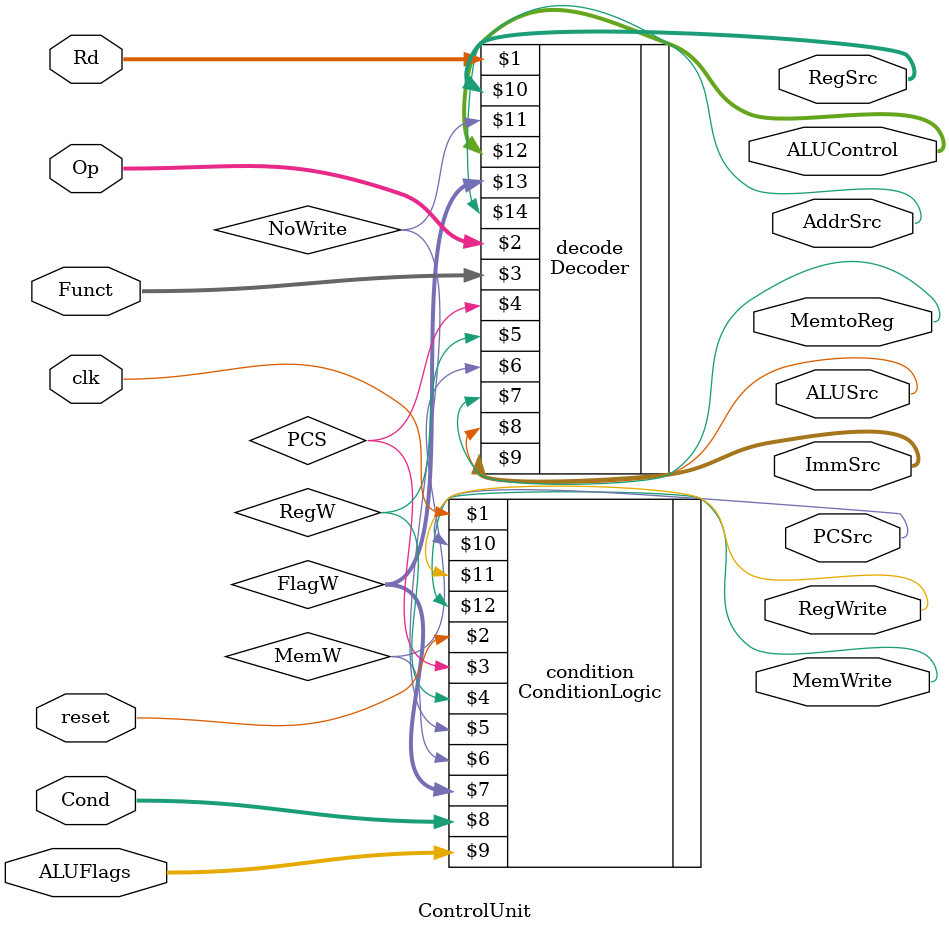
<source format=sv>
module ControlUnit (
  input   logic         clk, reset,
  input   logic [3:0]   Cond,   // Instr[31:28]
  input   logic [3:0]   ALUFlags,
  input   logic [1:0]   Op,     // Instr[27:26]
  input   logic [5:0]   Funct,  // Instr[25:20]
  input   logic [3:0]   Rd,     // Instr[15:12]
  output  logic         PCSrc,
  output  logic         RegWrite,
  output  logic         MemWrite,
  output  logic         MemtoReg,
  output  logic         ALUSrc,
  output  logic [1:0]   ImmSrc,
  output  logic [1:0]   RegSrc,
  output  logic [1:0]   ALUControl,
  output  logic         AddrSrc
);

logic [1:0] FlagW;
logic PCS;
logic RegW;
logic MemW;
logic NoWrite;

ConditionLogic condition(
  clk, reset,
  PCS,
  RegW,
  NoWrite,
  MemW,
  FlagW,
  Cond,
  ALUFlags,
  PCSrc,
  RegWrite,
  MemWrite
);

Decoder decode(
  Rd,
  Op,
  Funct,
  PCS,
  RegW,
  MemW,
  MemtoReg,
  ALUSrc,
  ImmSrc,
  RegSrc,
  NoWrite,
  ALUControl,
  FlagW,
  AddrSrc
);


 `ifdef  COCOTB_SIM 
initial
 begin
    $dumpfile("wave_sv.vcd");
    $dumpvars(
      0,
      clk, reset,
      Cond,   // Instr[31:28]
      ALUFlags,
      Op,     // Instr[27:26]
      Funct,  // Instr[25:20]
      Rd,     // Instr[15:12]
      PCSrc,
      RegWrite,
      MemWrite,
      MemtoReg,
      ALUSrc,
      ImmSrc,
      RegSrc,
      ALUControl,
      AddrSrc
    );
    #5;
 end
 `endif 

endmodule

</source>
